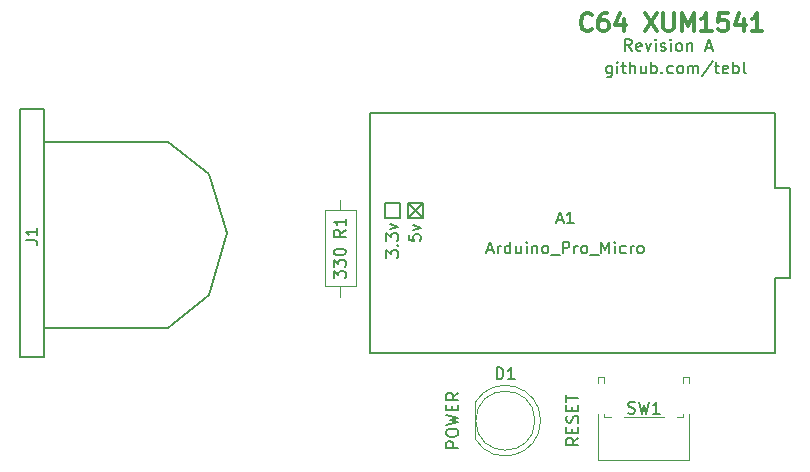
<source format=gto>
G04 #@! TF.GenerationSoftware,KiCad,Pcbnew,(5.1.5)-3*
G04 #@! TF.CreationDate,2020-06-08T19:46:27+02:00*
G04 #@! TF.ProjectId,C64 XUM1541,43363420-5855-44d3-9135-34312e6b6963,rev?*
G04 #@! TF.SameCoordinates,Original*
G04 #@! TF.FileFunction,Legend,Top*
G04 #@! TF.FilePolarity,Positive*
%FSLAX46Y46*%
G04 Gerber Fmt 4.6, Leading zero omitted, Abs format (unit mm)*
G04 Created by KiCad (PCBNEW (5.1.5)-3) date 2020-06-08 19:46:27*
%MOMM*%
%LPD*%
G04 APERTURE LIST*
%ADD10C,0.150000*%
%ADD11C,0.300000*%
%ADD12C,0.120000*%
G04 APERTURE END LIST*
D10*
X94615000Y-83820000D02*
X95885000Y-85090000D01*
X94615000Y-85090000D02*
X95885000Y-83820000D01*
X113552500Y-70937380D02*
X113219166Y-70461190D01*
X112981071Y-70937380D02*
X112981071Y-69937380D01*
X113362023Y-69937380D01*
X113457261Y-69985000D01*
X113504880Y-70032619D01*
X113552500Y-70127857D01*
X113552500Y-70270714D01*
X113504880Y-70365952D01*
X113457261Y-70413571D01*
X113362023Y-70461190D01*
X112981071Y-70461190D01*
X114362023Y-70889761D02*
X114266785Y-70937380D01*
X114076309Y-70937380D01*
X113981071Y-70889761D01*
X113933452Y-70794523D01*
X113933452Y-70413571D01*
X113981071Y-70318333D01*
X114076309Y-70270714D01*
X114266785Y-70270714D01*
X114362023Y-70318333D01*
X114409642Y-70413571D01*
X114409642Y-70508809D01*
X113933452Y-70604047D01*
X114742976Y-70270714D02*
X114981071Y-70937380D01*
X115219166Y-70270714D01*
X115600119Y-70937380D02*
X115600119Y-70270714D01*
X115600119Y-69937380D02*
X115552500Y-69985000D01*
X115600119Y-70032619D01*
X115647738Y-69985000D01*
X115600119Y-69937380D01*
X115600119Y-70032619D01*
X116028690Y-70889761D02*
X116123928Y-70937380D01*
X116314404Y-70937380D01*
X116409642Y-70889761D01*
X116457261Y-70794523D01*
X116457261Y-70746904D01*
X116409642Y-70651666D01*
X116314404Y-70604047D01*
X116171547Y-70604047D01*
X116076309Y-70556428D01*
X116028690Y-70461190D01*
X116028690Y-70413571D01*
X116076309Y-70318333D01*
X116171547Y-70270714D01*
X116314404Y-70270714D01*
X116409642Y-70318333D01*
X116885833Y-70937380D02*
X116885833Y-70270714D01*
X116885833Y-69937380D02*
X116838214Y-69985000D01*
X116885833Y-70032619D01*
X116933452Y-69985000D01*
X116885833Y-69937380D01*
X116885833Y-70032619D01*
X117504880Y-70937380D02*
X117409642Y-70889761D01*
X117362023Y-70842142D01*
X117314404Y-70746904D01*
X117314404Y-70461190D01*
X117362023Y-70365952D01*
X117409642Y-70318333D01*
X117504880Y-70270714D01*
X117647738Y-70270714D01*
X117742976Y-70318333D01*
X117790595Y-70365952D01*
X117838214Y-70461190D01*
X117838214Y-70746904D01*
X117790595Y-70842142D01*
X117742976Y-70889761D01*
X117647738Y-70937380D01*
X117504880Y-70937380D01*
X118266785Y-70270714D02*
X118266785Y-70937380D01*
X118266785Y-70365952D02*
X118314404Y-70318333D01*
X118409642Y-70270714D01*
X118552500Y-70270714D01*
X118647738Y-70318333D01*
X118695357Y-70413571D01*
X118695357Y-70937380D01*
X119885833Y-70651666D02*
X120362023Y-70651666D01*
X119790595Y-70937380D02*
X120123928Y-69937380D01*
X120457261Y-70937380D01*
X111889166Y-72175714D02*
X111889166Y-72985238D01*
X111841547Y-73080476D01*
X111793928Y-73128095D01*
X111698690Y-73175714D01*
X111555833Y-73175714D01*
X111460595Y-73128095D01*
X111889166Y-72794761D02*
X111793928Y-72842380D01*
X111603452Y-72842380D01*
X111508214Y-72794761D01*
X111460595Y-72747142D01*
X111412976Y-72651904D01*
X111412976Y-72366190D01*
X111460595Y-72270952D01*
X111508214Y-72223333D01*
X111603452Y-72175714D01*
X111793928Y-72175714D01*
X111889166Y-72223333D01*
X112365357Y-72842380D02*
X112365357Y-72175714D01*
X112365357Y-71842380D02*
X112317738Y-71890000D01*
X112365357Y-71937619D01*
X112412976Y-71890000D01*
X112365357Y-71842380D01*
X112365357Y-71937619D01*
X112698690Y-72175714D02*
X113079642Y-72175714D01*
X112841547Y-71842380D02*
X112841547Y-72699523D01*
X112889166Y-72794761D01*
X112984404Y-72842380D01*
X113079642Y-72842380D01*
X113412976Y-72842380D02*
X113412976Y-71842380D01*
X113841547Y-72842380D02*
X113841547Y-72318571D01*
X113793928Y-72223333D01*
X113698690Y-72175714D01*
X113555833Y-72175714D01*
X113460595Y-72223333D01*
X113412976Y-72270952D01*
X114746309Y-72175714D02*
X114746309Y-72842380D01*
X114317738Y-72175714D02*
X114317738Y-72699523D01*
X114365357Y-72794761D01*
X114460595Y-72842380D01*
X114603452Y-72842380D01*
X114698690Y-72794761D01*
X114746309Y-72747142D01*
X115222500Y-72842380D02*
X115222500Y-71842380D01*
X115222500Y-72223333D02*
X115317738Y-72175714D01*
X115508214Y-72175714D01*
X115603452Y-72223333D01*
X115651071Y-72270952D01*
X115698690Y-72366190D01*
X115698690Y-72651904D01*
X115651071Y-72747142D01*
X115603452Y-72794761D01*
X115508214Y-72842380D01*
X115317738Y-72842380D01*
X115222500Y-72794761D01*
X116127261Y-72747142D02*
X116174880Y-72794761D01*
X116127261Y-72842380D01*
X116079642Y-72794761D01*
X116127261Y-72747142D01*
X116127261Y-72842380D01*
X117032023Y-72794761D02*
X116936785Y-72842380D01*
X116746309Y-72842380D01*
X116651071Y-72794761D01*
X116603452Y-72747142D01*
X116555833Y-72651904D01*
X116555833Y-72366190D01*
X116603452Y-72270952D01*
X116651071Y-72223333D01*
X116746309Y-72175714D01*
X116936785Y-72175714D01*
X117032023Y-72223333D01*
X117603452Y-72842380D02*
X117508214Y-72794761D01*
X117460595Y-72747142D01*
X117412976Y-72651904D01*
X117412976Y-72366190D01*
X117460595Y-72270952D01*
X117508214Y-72223333D01*
X117603452Y-72175714D01*
X117746309Y-72175714D01*
X117841547Y-72223333D01*
X117889166Y-72270952D01*
X117936785Y-72366190D01*
X117936785Y-72651904D01*
X117889166Y-72747142D01*
X117841547Y-72794761D01*
X117746309Y-72842380D01*
X117603452Y-72842380D01*
X118365357Y-72842380D02*
X118365357Y-72175714D01*
X118365357Y-72270952D02*
X118412976Y-72223333D01*
X118508214Y-72175714D01*
X118651071Y-72175714D01*
X118746309Y-72223333D01*
X118793928Y-72318571D01*
X118793928Y-72842380D01*
X118793928Y-72318571D02*
X118841547Y-72223333D01*
X118936785Y-72175714D01*
X119079642Y-72175714D01*
X119174880Y-72223333D01*
X119222500Y-72318571D01*
X119222500Y-72842380D01*
X120412976Y-71794761D02*
X119555833Y-73080476D01*
X120603452Y-72175714D02*
X120984404Y-72175714D01*
X120746309Y-71842380D02*
X120746309Y-72699523D01*
X120793928Y-72794761D01*
X120889166Y-72842380D01*
X120984404Y-72842380D01*
X121698690Y-72794761D02*
X121603452Y-72842380D01*
X121412976Y-72842380D01*
X121317738Y-72794761D01*
X121270119Y-72699523D01*
X121270119Y-72318571D01*
X121317738Y-72223333D01*
X121412976Y-72175714D01*
X121603452Y-72175714D01*
X121698690Y-72223333D01*
X121746309Y-72318571D01*
X121746309Y-72413809D01*
X121270119Y-72509047D01*
X122174880Y-72842380D02*
X122174880Y-71842380D01*
X122174880Y-72223333D02*
X122270119Y-72175714D01*
X122460595Y-72175714D01*
X122555833Y-72223333D01*
X122603452Y-72270952D01*
X122651071Y-72366190D01*
X122651071Y-72651904D01*
X122603452Y-72747142D01*
X122555833Y-72794761D01*
X122460595Y-72842380D01*
X122270119Y-72842380D01*
X122174880Y-72794761D01*
X123222500Y-72842380D02*
X123127261Y-72794761D01*
X123079642Y-72699523D01*
X123079642Y-71842380D01*
D11*
X110185714Y-69115714D02*
X110114285Y-69187142D01*
X109900000Y-69258571D01*
X109757142Y-69258571D01*
X109542857Y-69187142D01*
X109400000Y-69044285D01*
X109328571Y-68901428D01*
X109257142Y-68615714D01*
X109257142Y-68401428D01*
X109328571Y-68115714D01*
X109400000Y-67972857D01*
X109542857Y-67830000D01*
X109757142Y-67758571D01*
X109900000Y-67758571D01*
X110114285Y-67830000D01*
X110185714Y-67901428D01*
X111471428Y-67758571D02*
X111185714Y-67758571D01*
X111042857Y-67830000D01*
X110971428Y-67901428D01*
X110828571Y-68115714D01*
X110757142Y-68401428D01*
X110757142Y-68972857D01*
X110828571Y-69115714D01*
X110900000Y-69187142D01*
X111042857Y-69258571D01*
X111328571Y-69258571D01*
X111471428Y-69187142D01*
X111542857Y-69115714D01*
X111614285Y-68972857D01*
X111614285Y-68615714D01*
X111542857Y-68472857D01*
X111471428Y-68401428D01*
X111328571Y-68330000D01*
X111042857Y-68330000D01*
X110900000Y-68401428D01*
X110828571Y-68472857D01*
X110757142Y-68615714D01*
X112900000Y-68258571D02*
X112900000Y-69258571D01*
X112542857Y-67687142D02*
X112185714Y-68758571D01*
X113114285Y-68758571D01*
X114685714Y-67758571D02*
X115685714Y-69258571D01*
X115685714Y-67758571D02*
X114685714Y-69258571D01*
X116257142Y-67758571D02*
X116257142Y-68972857D01*
X116328571Y-69115714D01*
X116400000Y-69187142D01*
X116542857Y-69258571D01*
X116828571Y-69258571D01*
X116971428Y-69187142D01*
X117042857Y-69115714D01*
X117114285Y-68972857D01*
X117114285Y-67758571D01*
X117828571Y-69258571D02*
X117828571Y-67758571D01*
X118328571Y-68830000D01*
X118828571Y-67758571D01*
X118828571Y-69258571D01*
X120328571Y-69258571D02*
X119471428Y-69258571D01*
X119900000Y-69258571D02*
X119900000Y-67758571D01*
X119757142Y-67972857D01*
X119614285Y-68115714D01*
X119471428Y-68187142D01*
X121685714Y-67758571D02*
X120971428Y-67758571D01*
X120900000Y-68472857D01*
X120971428Y-68401428D01*
X121114285Y-68330000D01*
X121471428Y-68330000D01*
X121614285Y-68401428D01*
X121685714Y-68472857D01*
X121757142Y-68615714D01*
X121757142Y-68972857D01*
X121685714Y-69115714D01*
X121614285Y-69187142D01*
X121471428Y-69258571D01*
X121114285Y-69258571D01*
X120971428Y-69187142D01*
X120900000Y-69115714D01*
X123042857Y-68258571D02*
X123042857Y-69258571D01*
X122685714Y-67687142D02*
X122328571Y-68758571D01*
X123257142Y-68758571D01*
X124614285Y-69258571D02*
X123757142Y-69258571D01*
X124185714Y-69258571D02*
X124185714Y-67758571D01*
X124042857Y-67972857D01*
X123900000Y-68115714D01*
X123757142Y-68187142D01*
D10*
X91440000Y-76200000D02*
X91440000Y-96520000D01*
X125730000Y-76200000D02*
X91440000Y-76200000D01*
X91440000Y-96520000D02*
X125730000Y-96520000D01*
X127000000Y-82550000D02*
X127000000Y-90170000D01*
X125730000Y-82550000D02*
X127000000Y-82550000D01*
X125730000Y-76200000D02*
X125730000Y-82550000D01*
X125730000Y-90170000D02*
X125730000Y-96520000D01*
X127000000Y-90170000D02*
X125730000Y-90170000D01*
X92710000Y-85090000D02*
X93980000Y-85090000D01*
X92710000Y-83820000D02*
X92710000Y-85090000D01*
X93980000Y-83820000D02*
X92710000Y-83820000D01*
X93980000Y-85090000D02*
X93980000Y-83820000D01*
X95885000Y-83820000D02*
X94615000Y-83820000D01*
X95885000Y-85090000D02*
X95885000Y-83820000D01*
X94615000Y-85090000D02*
X95885000Y-85090000D01*
X94615000Y-83820000D02*
X94615000Y-85090000D01*
X74295000Y-78610000D02*
X77795000Y-81360000D01*
X77795000Y-81360000D02*
X79295000Y-86360000D01*
X79295000Y-86360000D02*
X77795000Y-91610000D01*
X77795000Y-91610000D02*
X74295000Y-94360000D01*
X63795000Y-78610000D02*
X74295000Y-78610000D01*
X74295000Y-94360000D02*
X63795000Y-94360000D01*
X61795000Y-75860000D02*
X63795000Y-75860000D01*
X63795000Y-75860000D02*
X63795000Y-96860000D01*
X63795000Y-96860000D02*
X61795000Y-96860000D01*
X61795000Y-86360000D02*
X61795000Y-96860000D01*
X61795000Y-86360000D02*
X61795000Y-75860000D01*
D12*
X100310000Y-100690000D02*
X100310000Y-103780000D01*
X105370000Y-102235000D02*
G75*
G03X105370000Y-102235000I-2500000J0D01*
G01*
X105860000Y-102234538D02*
G75*
G02X100310000Y-103779830I-2990000J-462D01*
G01*
X105860000Y-102235462D02*
G75*
G03X100310000Y-100690170I-2990000J462D01*
G01*
X88900000Y-91730000D02*
X88900000Y-90840000D01*
X88900000Y-83530000D02*
X88900000Y-84420000D01*
X90210000Y-90840000D02*
X90210000Y-84420000D01*
X87590000Y-90840000D02*
X90210000Y-90840000D01*
X87590000Y-84420000D02*
X87590000Y-90840000D01*
X90210000Y-84420000D02*
X87590000Y-84420000D01*
X116290000Y-101900000D02*
X112890000Y-101900000D01*
X117930000Y-101900000D02*
X117390000Y-101900000D01*
X110730000Y-99070000D02*
X110730000Y-98560000D01*
X111250000Y-98560000D02*
X110730000Y-98560000D01*
X111250000Y-99070000D02*
X111250000Y-98560000D01*
X111790000Y-101900000D02*
X111250000Y-101900000D01*
X118450000Y-99070000D02*
X118450000Y-98560000D01*
X117930000Y-99070000D02*
X117930000Y-98560000D01*
X111250000Y-101900000D02*
X111250000Y-101670000D01*
X118450000Y-105570000D02*
X118450000Y-101670000D01*
X118450000Y-98560000D02*
X117930000Y-98560000D01*
X110730000Y-105570000D02*
X110730000Y-101670000D01*
X118450000Y-105570000D02*
X110730000Y-105570000D01*
X117930000Y-101900000D02*
X117930000Y-101670000D01*
D10*
X107235714Y-85256666D02*
X107711904Y-85256666D01*
X107140476Y-85542380D02*
X107473809Y-84542380D01*
X107807142Y-85542380D01*
X108664285Y-85542380D02*
X108092857Y-85542380D01*
X108378571Y-85542380D02*
X108378571Y-84542380D01*
X108283333Y-84685238D01*
X108188095Y-84780476D01*
X108092857Y-84828095D01*
X101330952Y-87796666D02*
X101807142Y-87796666D01*
X101235714Y-88082380D02*
X101569047Y-87082380D01*
X101902380Y-88082380D01*
X102235714Y-88082380D02*
X102235714Y-87415714D01*
X102235714Y-87606190D02*
X102283333Y-87510952D01*
X102330952Y-87463333D01*
X102426190Y-87415714D01*
X102521428Y-87415714D01*
X103283333Y-88082380D02*
X103283333Y-87082380D01*
X103283333Y-88034761D02*
X103188095Y-88082380D01*
X102997619Y-88082380D01*
X102902380Y-88034761D01*
X102854761Y-87987142D01*
X102807142Y-87891904D01*
X102807142Y-87606190D01*
X102854761Y-87510952D01*
X102902380Y-87463333D01*
X102997619Y-87415714D01*
X103188095Y-87415714D01*
X103283333Y-87463333D01*
X104188095Y-87415714D02*
X104188095Y-88082380D01*
X103759523Y-87415714D02*
X103759523Y-87939523D01*
X103807142Y-88034761D01*
X103902380Y-88082380D01*
X104045238Y-88082380D01*
X104140476Y-88034761D01*
X104188095Y-87987142D01*
X104664285Y-88082380D02*
X104664285Y-87415714D01*
X104664285Y-87082380D02*
X104616666Y-87130000D01*
X104664285Y-87177619D01*
X104711904Y-87130000D01*
X104664285Y-87082380D01*
X104664285Y-87177619D01*
X105140476Y-87415714D02*
X105140476Y-88082380D01*
X105140476Y-87510952D02*
X105188095Y-87463333D01*
X105283333Y-87415714D01*
X105426190Y-87415714D01*
X105521428Y-87463333D01*
X105569047Y-87558571D01*
X105569047Y-88082380D01*
X106188095Y-88082380D02*
X106092857Y-88034761D01*
X106045238Y-87987142D01*
X105997619Y-87891904D01*
X105997619Y-87606190D01*
X106045238Y-87510952D01*
X106092857Y-87463333D01*
X106188095Y-87415714D01*
X106330952Y-87415714D01*
X106426190Y-87463333D01*
X106473809Y-87510952D01*
X106521428Y-87606190D01*
X106521428Y-87891904D01*
X106473809Y-87987142D01*
X106426190Y-88034761D01*
X106330952Y-88082380D01*
X106188095Y-88082380D01*
X106711904Y-88177619D02*
X107473809Y-88177619D01*
X107711904Y-88082380D02*
X107711904Y-87082380D01*
X108092857Y-87082380D01*
X108188095Y-87130000D01*
X108235714Y-87177619D01*
X108283333Y-87272857D01*
X108283333Y-87415714D01*
X108235714Y-87510952D01*
X108188095Y-87558571D01*
X108092857Y-87606190D01*
X107711904Y-87606190D01*
X108711904Y-88082380D02*
X108711904Y-87415714D01*
X108711904Y-87606190D02*
X108759523Y-87510952D01*
X108807142Y-87463333D01*
X108902380Y-87415714D01*
X108997619Y-87415714D01*
X109473809Y-88082380D02*
X109378571Y-88034761D01*
X109330952Y-87987142D01*
X109283333Y-87891904D01*
X109283333Y-87606190D01*
X109330952Y-87510952D01*
X109378571Y-87463333D01*
X109473809Y-87415714D01*
X109616666Y-87415714D01*
X109711904Y-87463333D01*
X109759523Y-87510952D01*
X109807142Y-87606190D01*
X109807142Y-87891904D01*
X109759523Y-87987142D01*
X109711904Y-88034761D01*
X109616666Y-88082380D01*
X109473809Y-88082380D01*
X109997619Y-88177619D02*
X110759523Y-88177619D01*
X110997619Y-88082380D02*
X110997619Y-87082380D01*
X111330952Y-87796666D01*
X111664285Y-87082380D01*
X111664285Y-88082380D01*
X112140476Y-88082380D02*
X112140476Y-87415714D01*
X112140476Y-87082380D02*
X112092857Y-87130000D01*
X112140476Y-87177619D01*
X112188095Y-87130000D01*
X112140476Y-87082380D01*
X112140476Y-87177619D01*
X113045238Y-88034761D02*
X112950000Y-88082380D01*
X112759523Y-88082380D01*
X112664285Y-88034761D01*
X112616666Y-87987142D01*
X112569047Y-87891904D01*
X112569047Y-87606190D01*
X112616666Y-87510952D01*
X112664285Y-87463333D01*
X112759523Y-87415714D01*
X112950000Y-87415714D01*
X113045238Y-87463333D01*
X113473809Y-88082380D02*
X113473809Y-87415714D01*
X113473809Y-87606190D02*
X113521428Y-87510952D01*
X113569047Y-87463333D01*
X113664285Y-87415714D01*
X113759523Y-87415714D01*
X114235714Y-88082380D02*
X114140476Y-88034761D01*
X114092857Y-87987142D01*
X114045238Y-87891904D01*
X114045238Y-87606190D01*
X114092857Y-87510952D01*
X114140476Y-87463333D01*
X114235714Y-87415714D01*
X114378571Y-87415714D01*
X114473809Y-87463333D01*
X114521428Y-87510952D01*
X114569047Y-87606190D01*
X114569047Y-87891904D01*
X114521428Y-87987142D01*
X114473809Y-88034761D01*
X114378571Y-88082380D01*
X114235714Y-88082380D01*
X94702380Y-86502857D02*
X94702380Y-86979047D01*
X95178571Y-87026666D01*
X95130952Y-86979047D01*
X95083333Y-86883809D01*
X95083333Y-86645714D01*
X95130952Y-86550476D01*
X95178571Y-86502857D01*
X95273809Y-86455238D01*
X95511904Y-86455238D01*
X95607142Y-86502857D01*
X95654761Y-86550476D01*
X95702380Y-86645714D01*
X95702380Y-86883809D01*
X95654761Y-86979047D01*
X95607142Y-87026666D01*
X95035714Y-86121904D02*
X95702380Y-85883809D01*
X95035714Y-85645714D01*
X92797380Y-88423571D02*
X92797380Y-87804523D01*
X93178333Y-88137857D01*
X93178333Y-87995000D01*
X93225952Y-87899761D01*
X93273571Y-87852142D01*
X93368809Y-87804523D01*
X93606904Y-87804523D01*
X93702142Y-87852142D01*
X93749761Y-87899761D01*
X93797380Y-87995000D01*
X93797380Y-88280714D01*
X93749761Y-88375952D01*
X93702142Y-88423571D01*
X93702142Y-87375952D02*
X93749761Y-87328333D01*
X93797380Y-87375952D01*
X93749761Y-87423571D01*
X93702142Y-87375952D01*
X93797380Y-87375952D01*
X92797380Y-86995000D02*
X92797380Y-86375952D01*
X93178333Y-86709285D01*
X93178333Y-86566428D01*
X93225952Y-86471190D01*
X93273571Y-86423571D01*
X93368809Y-86375952D01*
X93606904Y-86375952D01*
X93702142Y-86423571D01*
X93749761Y-86471190D01*
X93797380Y-86566428D01*
X93797380Y-86852142D01*
X93749761Y-86947380D01*
X93702142Y-86995000D01*
X93130714Y-86042619D02*
X93797380Y-85804523D01*
X93130714Y-85566428D01*
X62247380Y-86943333D02*
X62961666Y-86943333D01*
X63104523Y-86990952D01*
X63199761Y-87086190D01*
X63247380Y-87229047D01*
X63247380Y-87324285D01*
X63247380Y-85943333D02*
X63247380Y-86514761D01*
X63247380Y-86229047D02*
X62247380Y-86229047D01*
X62390238Y-86324285D01*
X62485476Y-86419523D01*
X62533095Y-86514761D01*
X102131904Y-98727380D02*
X102131904Y-97727380D01*
X102370000Y-97727380D01*
X102512857Y-97775000D01*
X102608095Y-97870238D01*
X102655714Y-97965476D01*
X102703333Y-98155952D01*
X102703333Y-98298809D01*
X102655714Y-98489285D01*
X102608095Y-98584523D01*
X102512857Y-98679761D01*
X102370000Y-98727380D01*
X102131904Y-98727380D01*
X103655714Y-98727380D02*
X103084285Y-98727380D01*
X103370000Y-98727380D02*
X103370000Y-97727380D01*
X103274761Y-97870238D01*
X103179523Y-97965476D01*
X103084285Y-98013095D01*
X98877380Y-104544523D02*
X97877380Y-104544523D01*
X97877380Y-104163571D01*
X97925000Y-104068333D01*
X97972619Y-104020714D01*
X98067857Y-103973095D01*
X98210714Y-103973095D01*
X98305952Y-104020714D01*
X98353571Y-104068333D01*
X98401190Y-104163571D01*
X98401190Y-104544523D01*
X97877380Y-103354047D02*
X97877380Y-103163571D01*
X97925000Y-103068333D01*
X98020238Y-102973095D01*
X98210714Y-102925476D01*
X98544047Y-102925476D01*
X98734523Y-102973095D01*
X98829761Y-103068333D01*
X98877380Y-103163571D01*
X98877380Y-103354047D01*
X98829761Y-103449285D01*
X98734523Y-103544523D01*
X98544047Y-103592142D01*
X98210714Y-103592142D01*
X98020238Y-103544523D01*
X97925000Y-103449285D01*
X97877380Y-103354047D01*
X97877380Y-102592142D02*
X98877380Y-102354047D01*
X98163095Y-102163571D01*
X98877380Y-101973095D01*
X97877380Y-101735000D01*
X98353571Y-101354047D02*
X98353571Y-101020714D01*
X98877380Y-100877857D02*
X98877380Y-101354047D01*
X97877380Y-101354047D01*
X97877380Y-100877857D01*
X98877380Y-99877857D02*
X98401190Y-100211190D01*
X98877380Y-100449285D02*
X97877380Y-100449285D01*
X97877380Y-100068333D01*
X97925000Y-99973095D01*
X97972619Y-99925476D01*
X98067857Y-99877857D01*
X98210714Y-99877857D01*
X98305952Y-99925476D01*
X98353571Y-99973095D01*
X98401190Y-100068333D01*
X98401190Y-100449285D01*
X89352380Y-86086665D02*
X88876190Y-86419999D01*
X89352380Y-86658094D02*
X88352380Y-86658094D01*
X88352380Y-86277141D01*
X88400000Y-86181903D01*
X88447619Y-86134284D01*
X88542857Y-86086665D01*
X88685714Y-86086665D01*
X88780952Y-86134284D01*
X88828571Y-86181903D01*
X88876190Y-86277141D01*
X88876190Y-86658094D01*
X89352380Y-85134284D02*
X89352380Y-85705713D01*
X89352380Y-85419999D02*
X88352380Y-85419999D01*
X88495238Y-85515237D01*
X88590476Y-85610475D01*
X88638095Y-85705713D01*
X88352380Y-90185714D02*
X88352380Y-89566666D01*
X88733333Y-89900000D01*
X88733333Y-89757142D01*
X88780952Y-89661904D01*
X88828571Y-89614285D01*
X88923809Y-89566666D01*
X89161904Y-89566666D01*
X89257142Y-89614285D01*
X89304761Y-89661904D01*
X89352380Y-89757142D01*
X89352380Y-90042857D01*
X89304761Y-90138095D01*
X89257142Y-90185714D01*
X88352380Y-89233333D02*
X88352380Y-88614285D01*
X88733333Y-88947619D01*
X88733333Y-88804761D01*
X88780952Y-88709523D01*
X88828571Y-88661904D01*
X88923809Y-88614285D01*
X89161904Y-88614285D01*
X89257142Y-88661904D01*
X89304761Y-88709523D01*
X89352380Y-88804761D01*
X89352380Y-89090476D01*
X89304761Y-89185714D01*
X89257142Y-89233333D01*
X88352380Y-87995238D02*
X88352380Y-87900000D01*
X88400000Y-87804761D01*
X88447619Y-87757142D01*
X88542857Y-87709523D01*
X88733333Y-87661904D01*
X88971428Y-87661904D01*
X89161904Y-87709523D01*
X89257142Y-87757142D01*
X89304761Y-87804761D01*
X89352380Y-87900000D01*
X89352380Y-87995238D01*
X89304761Y-88090476D01*
X89257142Y-88138095D01*
X89161904Y-88185714D01*
X88971428Y-88233333D01*
X88733333Y-88233333D01*
X88542857Y-88185714D01*
X88447619Y-88138095D01*
X88400000Y-88090476D01*
X88352380Y-87995238D01*
X113256666Y-101594761D02*
X113399523Y-101642380D01*
X113637619Y-101642380D01*
X113732857Y-101594761D01*
X113780476Y-101547142D01*
X113828095Y-101451904D01*
X113828095Y-101356666D01*
X113780476Y-101261428D01*
X113732857Y-101213809D01*
X113637619Y-101166190D01*
X113447142Y-101118571D01*
X113351904Y-101070952D01*
X113304285Y-101023333D01*
X113256666Y-100928095D01*
X113256666Y-100832857D01*
X113304285Y-100737619D01*
X113351904Y-100690000D01*
X113447142Y-100642380D01*
X113685238Y-100642380D01*
X113828095Y-100690000D01*
X114161428Y-100642380D02*
X114399523Y-101642380D01*
X114590000Y-100928095D01*
X114780476Y-101642380D01*
X115018571Y-100642380D01*
X115923333Y-101642380D02*
X115351904Y-101642380D01*
X115637619Y-101642380D02*
X115637619Y-100642380D01*
X115542380Y-100785238D01*
X115447142Y-100880476D01*
X115351904Y-100928095D01*
X109037380Y-103687380D02*
X108561190Y-104020714D01*
X109037380Y-104258809D02*
X108037380Y-104258809D01*
X108037380Y-103877857D01*
X108085000Y-103782619D01*
X108132619Y-103735000D01*
X108227857Y-103687380D01*
X108370714Y-103687380D01*
X108465952Y-103735000D01*
X108513571Y-103782619D01*
X108561190Y-103877857D01*
X108561190Y-104258809D01*
X108513571Y-103258809D02*
X108513571Y-102925476D01*
X109037380Y-102782619D02*
X109037380Y-103258809D01*
X108037380Y-103258809D01*
X108037380Y-102782619D01*
X108989761Y-102401666D02*
X109037380Y-102258809D01*
X109037380Y-102020714D01*
X108989761Y-101925476D01*
X108942142Y-101877857D01*
X108846904Y-101830238D01*
X108751666Y-101830238D01*
X108656428Y-101877857D01*
X108608809Y-101925476D01*
X108561190Y-102020714D01*
X108513571Y-102211190D01*
X108465952Y-102306428D01*
X108418333Y-102354047D01*
X108323095Y-102401666D01*
X108227857Y-102401666D01*
X108132619Y-102354047D01*
X108085000Y-102306428D01*
X108037380Y-102211190D01*
X108037380Y-101973095D01*
X108085000Y-101830238D01*
X108513571Y-101401666D02*
X108513571Y-101068333D01*
X109037380Y-100925476D02*
X109037380Y-101401666D01*
X108037380Y-101401666D01*
X108037380Y-100925476D01*
X108037380Y-100639761D02*
X108037380Y-100068333D01*
X109037380Y-100354047D02*
X108037380Y-100354047D01*
M02*

</source>
